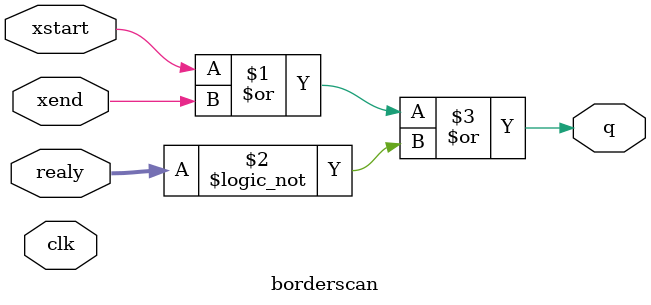
<source format=v>
module borderscan(clk, xstart, xend, realy, q);
	parameter SCREENWIDTH = 0;
	parameter SCREENHEIGHT = 0;
	input clk, xstart, xend;
	input [9:0] realy;
	output q;
	assign q = xstart | xend | realy == 0 | realy == SCREENHEIGHT - 1;
endmodule
</source>
